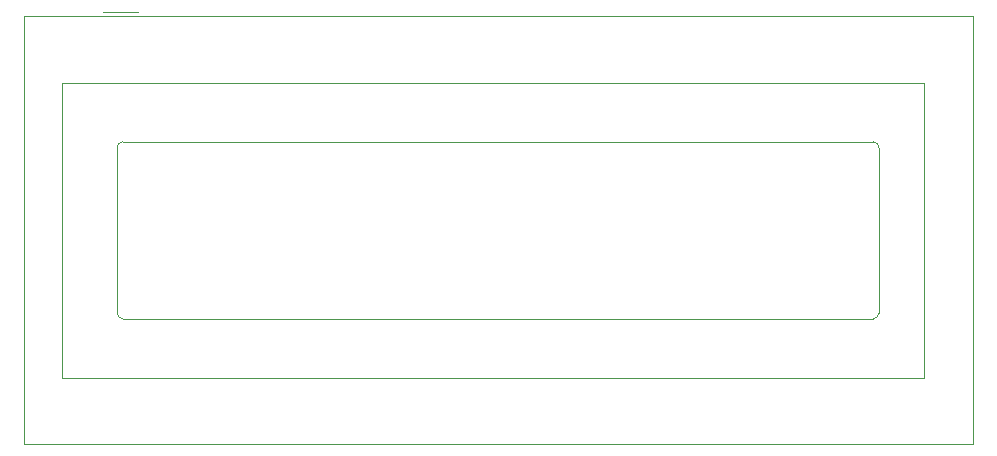
<source format=gbr>
%TF.GenerationSoftware,KiCad,Pcbnew,(6.0.0-0)*%
%TF.CreationDate,2022-01-07T22:13:42-05:00*%
%TF.ProjectId,LCD_Display,4c43445f-4469-4737-906c-61792e6b6963,rev?*%
%TF.SameCoordinates,Original*%
%TF.FileFunction,Legend,Top*%
%TF.FilePolarity,Positive*%
%FSLAX46Y46*%
G04 Gerber Fmt 4.6, Leading zero omitted, Abs format (unit mm)*
G04 Created by KiCad (PCBNEW (6.0.0-0)) date 2022-01-07 22:13:42*
%MOMM*%
%LPD*%
G01*
G04 APERTURE LIST*
%ADD10C,0.120000*%
G04 APERTURE END LIST*
D10*
%TO.C,DS1*%
X172648000Y-109280000D02*
X99648000Y-109280000D01*
X104848000Y-89280000D02*
X168348000Y-89280000D01*
X99648000Y-84280000D02*
X172648000Y-84280000D01*
X103148000Y-78280000D02*
X106148000Y-78280000D01*
X176788000Y-78640000D02*
X97308000Y-78640000D01*
X96518000Y-78640000D02*
X97308000Y-78640000D01*
X96508000Y-78640000D02*
X96508000Y-114920000D01*
X168848000Y-89780000D02*
X168848000Y-103780000D01*
X99648000Y-109280000D02*
X99648000Y-84280000D01*
X96508000Y-114920000D02*
X176788000Y-114920000D01*
X168348660Y-104280000D02*
X104848000Y-104280000D01*
X104348280Y-103779320D02*
X104348280Y-89780000D01*
X172648000Y-84280000D02*
X172648000Y-109280000D01*
X176788000Y-114920000D02*
X176788000Y-78640000D01*
X104848660Y-89278460D02*
G75*
G03*
X104348280Y-89778840I0J-500380D01*
G01*
X168348660Y-104279700D02*
G75*
G03*
X168849040Y-103779320I0J500380D01*
G01*
X168848000Y-89780000D02*
G75*
G03*
X168348000Y-89280000I-500001J-1D01*
G01*
X104348280Y-103779320D02*
G75*
G03*
X104848660Y-104279700I500380J0D01*
G01*
%TD*%
M02*

</source>
